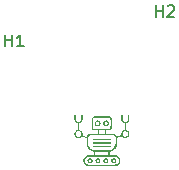
<source format=gbr>
%TF.GenerationSoftware,KiCad,Pcbnew,9.0.3*%
%TF.CreationDate,2025-08-07T15:10:49+10:00*%
%TF.ProjectId,motorMount,6d6f746f-724d-46f7-956e-742e6b696361,rev?*%
%TF.SameCoordinates,Original*%
%TF.FileFunction,Legend,Top*%
%TF.FilePolarity,Positive*%
%FSLAX46Y46*%
G04 Gerber Fmt 4.6, Leading zero omitted, Abs format (unit mm)*
G04 Created by KiCad (PCBNEW 9.0.3) date 2025-08-07 15:10:49*
%MOMM*%
%LPD*%
G01*
G04 APERTURE LIST*
%ADD10C,0.150000*%
%ADD11C,0.000000*%
G04 APERTURE END LIST*
D10*
X140488095Y-94504819D02*
X140488095Y-93504819D01*
X140488095Y-93981009D02*
X141059523Y-93981009D01*
X141059523Y-94504819D02*
X141059523Y-93504819D01*
X142059523Y-94504819D02*
X141488095Y-94504819D01*
X141773809Y-94504819D02*
X141773809Y-93504819D01*
X141773809Y-93504819D02*
X141678571Y-93647676D01*
X141678571Y-93647676D02*
X141583333Y-93742914D01*
X141583333Y-93742914D02*
X141488095Y-93790533D01*
X153238095Y-92004819D02*
X153238095Y-91004819D01*
X153238095Y-91481009D02*
X153809523Y-91481009D01*
X153809523Y-92004819D02*
X153809523Y-91004819D01*
X154238095Y-91100057D02*
X154285714Y-91052438D01*
X154285714Y-91052438D02*
X154380952Y-91004819D01*
X154380952Y-91004819D02*
X154619047Y-91004819D01*
X154619047Y-91004819D02*
X154714285Y-91052438D01*
X154714285Y-91052438D02*
X154761904Y-91100057D01*
X154761904Y-91100057D02*
X154809523Y-91195295D01*
X154809523Y-91195295D02*
X154809523Y-91290533D01*
X154809523Y-91290533D02*
X154761904Y-91433390D01*
X154761904Y-91433390D02*
X154190476Y-92004819D01*
X154190476Y-92004819D02*
X154809523Y-92004819D01*
D11*
%TO.C,G\u002A\u002A\u002A*%
G36*
X150979316Y-100318426D02*
G01*
X150997547Y-100333694D01*
X151004892Y-100345604D01*
X151007598Y-100352571D01*
X151009701Y-100361612D01*
X151011251Y-100374064D01*
X151012298Y-100391260D01*
X151012891Y-100414536D01*
X151013082Y-100445225D01*
X151012919Y-100484662D01*
X151012452Y-100534181D01*
X151012336Y-100544601D01*
X151011745Y-100595017D01*
X151011159Y-100635299D01*
X151010454Y-100666980D01*
X151009505Y-100691593D01*
X151008187Y-100710670D01*
X151006375Y-100725746D01*
X151003946Y-100738352D01*
X151000775Y-100750021D01*
X150996737Y-100762287D01*
X150994019Y-100770080D01*
X150968343Y-100827260D01*
X150933966Y-100878787D01*
X150892162Y-100923458D01*
X150844204Y-100960071D01*
X150791363Y-100987423D01*
X150749505Y-101001084D01*
X150721795Y-101007953D01*
X150721795Y-101289683D01*
X150721795Y-101571413D01*
X150745657Y-101575444D01*
X150785495Y-101587070D01*
X150827160Y-101607851D01*
X150868439Y-101635999D01*
X150907115Y-101669725D01*
X150940975Y-101707240D01*
X150967802Y-101746755D01*
X150975156Y-101760799D01*
X150997591Y-101819572D01*
X151009141Y-101878361D01*
X151010522Y-101936251D01*
X151002452Y-101992325D01*
X150985647Y-102045666D01*
X150960825Y-102095357D01*
X150928701Y-102140483D01*
X150889994Y-102180125D01*
X150845420Y-102213368D01*
X150795696Y-102239294D01*
X150741540Y-102256988D01*
X150683667Y-102265532D01*
X150622796Y-102264010D01*
X150586191Y-102258110D01*
X150542665Y-102244686D01*
X150497782Y-102223462D01*
X150454617Y-102196421D01*
X150416242Y-102165544D01*
X150385729Y-102132816D01*
X150380070Y-102125125D01*
X150368855Y-102109024D01*
X150167592Y-102201444D01*
X149966329Y-102293864D01*
X149963105Y-102529649D01*
X149962242Y-102589547D01*
X149961395Y-102639140D01*
X149960489Y-102679791D01*
X149959451Y-102712860D01*
X149958206Y-102739710D01*
X149956679Y-102761703D01*
X149954797Y-102780202D01*
X149952484Y-102796567D01*
X149949667Y-102812162D01*
X149946971Y-102825134D01*
X149921353Y-102917264D01*
X149885826Y-103003880D01*
X149840955Y-103084382D01*
X149787303Y-103158168D01*
X149725435Y-103224636D01*
X149655918Y-103283185D01*
X149579314Y-103333214D01*
X149496188Y-103374121D01*
X149407107Y-103405305D01*
X149400459Y-103407164D01*
X149353789Y-103420000D01*
X149353789Y-103571082D01*
X149353789Y-103722163D01*
X149622140Y-103725270D01*
X149685199Y-103726017D01*
X149737741Y-103726706D01*
X149780917Y-103727401D01*
X149815877Y-103728163D01*
X149843771Y-103729055D01*
X149865750Y-103730138D01*
X149882963Y-103731475D01*
X149896562Y-103733128D01*
X149907695Y-103735160D01*
X149917515Y-103737631D01*
X149927170Y-103740606D01*
X149931327Y-103741977D01*
X150001689Y-103771108D01*
X150064449Y-103808919D01*
X150119218Y-103855009D01*
X150165609Y-103908976D01*
X150203236Y-103970418D01*
X150231711Y-104038932D01*
X150238469Y-104061013D01*
X150247295Y-104105113D01*
X150251483Y-104155535D01*
X150251027Y-104207890D01*
X150245920Y-104257790D01*
X150238823Y-104291741D01*
X150214489Y-104359990D01*
X150180511Y-104422361D01*
X150137744Y-104478061D01*
X150087045Y-104526299D01*
X150029269Y-104566284D01*
X149965273Y-104597225D01*
X149895911Y-104618330D01*
X149882685Y-104621069D01*
X149871152Y-104622154D01*
X149848671Y-104623167D01*
X149815929Y-104624107D01*
X149773614Y-104624975D01*
X149722413Y-104625771D01*
X149663014Y-104626496D01*
X149596105Y-104627151D01*
X149522373Y-104627735D01*
X149442506Y-104628249D01*
X149357192Y-104628694D01*
X149267117Y-104629069D01*
X149172970Y-104629376D01*
X149075439Y-104629614D01*
X148975210Y-104629785D01*
X148872972Y-104629888D01*
X148769412Y-104629923D01*
X148665218Y-104629892D01*
X148561076Y-104629795D01*
X148457676Y-104629631D01*
X148355705Y-104629402D01*
X148255849Y-104629108D01*
X148158797Y-104628749D01*
X148065237Y-104628326D01*
X147975855Y-104627839D01*
X147891340Y-104627288D01*
X147812380Y-104626674D01*
X147739661Y-104625998D01*
X147673871Y-104625258D01*
X147615698Y-104624457D01*
X147565830Y-104623595D01*
X147524954Y-104622671D01*
X147493757Y-104621687D01*
X147472928Y-104620642D01*
X147463665Y-104619661D01*
X147400558Y-104601808D01*
X147343183Y-104575843D01*
X147289249Y-104540536D01*
X147243580Y-104501488D01*
X147194733Y-104447782D01*
X147156005Y-104388480D01*
X147126889Y-104322802D01*
X147126342Y-104321250D01*
X147118578Y-104297683D01*
X147113247Y-104276947D01*
X147109778Y-104255457D01*
X147107599Y-104229627D01*
X147106139Y-104195872D01*
X147106083Y-104194159D01*
X147105325Y-104159951D01*
X147221976Y-104159951D01*
X147224641Y-104220030D01*
X147237852Y-104278498D01*
X147261140Y-104333693D01*
X147294037Y-104383950D01*
X147318004Y-104410855D01*
X147365008Y-104450684D01*
X147416695Y-104480226D01*
X147474302Y-104500114D01*
X147504938Y-104506505D01*
X147513573Y-104506986D01*
X147533305Y-104507445D01*
X147563561Y-104507881D01*
X147603770Y-104508293D01*
X147653362Y-104508677D01*
X147711765Y-104509032D01*
X147778407Y-104509357D01*
X147852717Y-104509649D01*
X147934125Y-104509906D01*
X148022058Y-104510126D01*
X148115946Y-104510308D01*
X148215217Y-104510449D01*
X148319299Y-104510548D01*
X148427622Y-104510602D01*
X148539614Y-104510610D01*
X148654704Y-104510570D01*
X148697496Y-104510543D01*
X148834691Y-104510442D01*
X148960709Y-104510340D01*
X149076039Y-104510231D01*
X149181169Y-104510112D01*
X149276590Y-104509977D01*
X149362791Y-104509821D01*
X149440261Y-104509641D01*
X149509490Y-104509430D01*
X149570967Y-104509185D01*
X149625183Y-104508901D01*
X149672625Y-104508572D01*
X149713785Y-104508194D01*
X149749151Y-104507763D01*
X149779212Y-104507274D01*
X149804459Y-104506721D01*
X149825381Y-104506101D01*
X149842467Y-104505408D01*
X149856206Y-104504637D01*
X149867089Y-104503785D01*
X149875604Y-104502846D01*
X149882242Y-104501815D01*
X149887491Y-104500687D01*
X149891841Y-104499459D01*
X149893408Y-104498949D01*
X149950443Y-104474776D01*
X150000810Y-104442219D01*
X150036798Y-104410389D01*
X150076362Y-104364298D01*
X150105068Y-104315007D01*
X150123394Y-104261356D01*
X150131817Y-104202185D01*
X150132521Y-104178035D01*
X150128487Y-104118488D01*
X150115689Y-104065238D01*
X150093336Y-104016384D01*
X150060636Y-103970025D01*
X150033613Y-103940486D01*
X149993287Y-103904551D01*
X149952379Y-103878195D01*
X149907704Y-103859627D01*
X149874204Y-103850678D01*
X149868407Y-103849583D01*
X149861056Y-103848580D01*
X149851667Y-103847665D01*
X149839757Y-103846837D01*
X149824839Y-103846091D01*
X149806430Y-103845425D01*
X149784046Y-103844836D01*
X149757201Y-103844320D01*
X149725412Y-103843875D01*
X149688195Y-103843498D01*
X149645063Y-103843186D01*
X149595534Y-103842935D01*
X149539122Y-103842743D01*
X149475344Y-103842606D01*
X149403715Y-103842522D01*
X149323750Y-103842488D01*
X149234964Y-103842500D01*
X149136875Y-103842556D01*
X149028996Y-103842653D01*
X148910844Y-103842787D01*
X148781934Y-103842956D01*
X148659577Y-103843130D01*
X148521476Y-103843337D01*
X148394560Y-103843541D01*
X148278345Y-103843745D01*
X148172350Y-103843954D01*
X148076090Y-103844174D01*
X147989084Y-103844408D01*
X147910849Y-103844662D01*
X147840901Y-103844940D01*
X147778757Y-103845247D01*
X147723936Y-103845587D01*
X147675954Y-103845966D01*
X147634329Y-103846388D01*
X147598577Y-103846857D01*
X147568215Y-103847378D01*
X147542762Y-103847957D01*
X147521733Y-103848597D01*
X147504647Y-103849303D01*
X147491020Y-103850080D01*
X147480369Y-103850933D01*
X147472212Y-103851867D01*
X147466067Y-103852885D01*
X147461449Y-103853993D01*
X147459018Y-103854771D01*
X147399692Y-103881407D01*
X147347490Y-103916329D01*
X147303213Y-103958676D01*
X147267664Y-104007587D01*
X147241647Y-104062202D01*
X147230327Y-104099927D01*
X147221976Y-104159951D01*
X147105325Y-104159951D01*
X147105302Y-104158905D01*
X147105785Y-104131661D01*
X147107813Y-104108811D01*
X147111671Y-104086739D01*
X147115881Y-104068734D01*
X147138658Y-104000916D01*
X147171227Y-103938353D01*
X147212639Y-103881987D01*
X147261949Y-103832760D01*
X147318210Y-103791614D01*
X147380476Y-103759492D01*
X147447799Y-103737336D01*
X147449080Y-103737027D01*
X147461858Y-103734135D01*
X147474587Y-103731753D01*
X147488513Y-103729830D01*
X147504878Y-103728318D01*
X147524928Y-103727168D01*
X147549906Y-103726331D01*
X147581057Y-103725758D01*
X147619625Y-103725399D01*
X147666854Y-103725206D01*
X147717222Y-103725139D01*
X148125792Y-103725139D01*
X148678536Y-103723651D01*
X149231281Y-103722163D01*
X149232841Y-103577778D01*
X149234401Y-103433394D01*
X148680096Y-103433394D01*
X148125792Y-103433394D01*
X148125792Y-103579266D01*
X148125792Y-103725139D01*
X147717222Y-103725139D01*
X147723988Y-103725130D01*
X147750975Y-103725120D01*
X148003284Y-103725080D01*
X148003284Y-103579266D01*
X148003284Y-103570486D01*
X148003251Y-103524053D01*
X148003092Y-103487981D01*
X148002708Y-103460966D01*
X148002005Y-103441700D01*
X148000887Y-103428878D01*
X147999258Y-103421194D01*
X147997023Y-103417343D01*
X147994085Y-103416018D01*
X147991951Y-103415893D01*
X147977663Y-103413647D01*
X147955219Y-103407508D01*
X147927103Y-103398373D01*
X147895797Y-103387140D01*
X147863784Y-103374705D01*
X147833547Y-103361966D01*
X147807570Y-103349820D01*
X147803810Y-103347907D01*
X147723279Y-103299918D01*
X147650372Y-103243248D01*
X147585434Y-103178331D01*
X147528810Y-103105605D01*
X147480843Y-103025505D01*
X147441879Y-102938467D01*
X147415277Y-102856352D01*
X147411620Y-102842596D01*
X147408589Y-102829987D01*
X147406107Y-102817269D01*
X147404100Y-102803186D01*
X147402493Y-102786479D01*
X147401212Y-102765893D01*
X147400181Y-102740171D01*
X147399325Y-102708055D01*
X147398570Y-102668290D01*
X147397841Y-102619619D01*
X147397063Y-102560784D01*
X147396898Y-102547936D01*
X147395301Y-102423382D01*
X147512410Y-102423382D01*
X147512542Y-102476078D01*
X147513042Y-102528042D01*
X147513911Y-102577726D01*
X147515147Y-102623581D01*
X147516749Y-102664058D01*
X147518717Y-102697607D01*
X147521048Y-102722680D01*
X147522275Y-102731125D01*
X147543200Y-102820266D01*
X147573939Y-102903203D01*
X147614704Y-102980365D01*
X147665709Y-103052183D01*
X147704025Y-103095749D01*
X147770757Y-103157668D01*
X147843702Y-103209811D01*
X147922315Y-103251916D01*
X148006052Y-103283717D01*
X148094368Y-103304952D01*
X148152043Y-103312779D01*
X148161223Y-103313100D01*
X148181203Y-103313387D01*
X148211116Y-103313636D01*
X148250094Y-103313846D01*
X148297269Y-103314014D01*
X148351775Y-103314140D01*
X148412744Y-103314221D01*
X148479309Y-103314254D01*
X148550601Y-103314239D01*
X148625755Y-103314173D01*
X148703902Y-103314053D01*
X148706246Y-103314049D01*
X148798131Y-103313860D01*
X148879101Y-103313650D01*
X148949909Y-103313405D01*
X149011308Y-103313109D01*
X149064052Y-103312750D01*
X149108893Y-103312311D01*
X149146584Y-103311781D01*
X149177878Y-103311144D01*
X149203527Y-103310386D01*
X149224286Y-103309493D01*
X149240905Y-103308451D01*
X149254140Y-103307245D01*
X149264742Y-103305862D01*
X149273464Y-103304287D01*
X149277950Y-103303282D01*
X149364675Y-103278569D01*
X149442526Y-103247771D01*
X149513047Y-103210068D01*
X149577778Y-103164637D01*
X149637193Y-103111715D01*
X149694700Y-103046719D01*
X149744047Y-102974258D01*
X149784418Y-102895936D01*
X149814995Y-102813355D01*
X149834961Y-102728120D01*
X149836006Y-102721680D01*
X149838073Y-102702483D01*
X149839846Y-102674098D01*
X149841323Y-102638062D01*
X149842503Y-102595908D01*
X149843384Y-102549172D01*
X149843965Y-102499389D01*
X149844246Y-102448093D01*
X149844224Y-102396821D01*
X149843899Y-102347106D01*
X149843269Y-102300485D01*
X149842333Y-102258491D01*
X149841090Y-102222660D01*
X149839539Y-102194527D01*
X149837678Y-102175627D01*
X149836450Y-102169476D01*
X149822383Y-102137370D01*
X149800942Y-102105219D01*
X149775425Y-102077690D01*
X149766137Y-102070007D01*
X149760376Y-102065444D01*
X149755306Y-102061271D01*
X149750408Y-102057472D01*
X149745162Y-102054030D01*
X149739047Y-102050929D01*
X149731544Y-102048151D01*
X149722133Y-102045681D01*
X149710294Y-102043502D01*
X149695507Y-102041596D01*
X149677252Y-102039947D01*
X149655010Y-102038538D01*
X149628260Y-102037354D01*
X149596482Y-102036376D01*
X149559157Y-102035589D01*
X149515765Y-102034976D01*
X149465785Y-102034520D01*
X149408699Y-102034204D01*
X149343985Y-102034011D01*
X149271124Y-102033926D01*
X149189597Y-102033931D01*
X149098883Y-102034009D01*
X148998462Y-102034145D01*
X148887815Y-102034321D01*
X148766421Y-102034520D01*
X148665098Y-102034679D01*
X147650344Y-102036219D01*
X147612425Y-102057096D01*
X147575002Y-102083491D01*
X147545431Y-102116475D01*
X147525298Y-102154169D01*
X147521910Y-102164161D01*
X147519430Y-102178601D01*
X147517325Y-102203153D01*
X147515596Y-102236269D01*
X147514241Y-102276399D01*
X147513259Y-102321993D01*
X147512649Y-102371504D01*
X147512410Y-102423382D01*
X147395301Y-102423382D01*
X147393660Y-102295437D01*
X147189842Y-102202056D01*
X147137673Y-102178205D01*
X147095086Y-102158887D01*
X147061087Y-102143709D01*
X147034682Y-102132277D01*
X147014878Y-102124195D01*
X147000680Y-102119072D01*
X146991094Y-102116512D01*
X146985127Y-102116122D01*
X146981785Y-102117508D01*
X146980579Y-102119116D01*
X146968899Y-102135374D01*
X146949818Y-102155398D01*
X146925947Y-102176960D01*
X146899899Y-102197837D01*
X146874284Y-102215803D01*
X146852531Y-102228243D01*
X146791326Y-102252284D01*
X146731220Y-102264791D01*
X146671552Y-102265764D01*
X146611663Y-102255205D01*
X146550892Y-102233112D01*
X146540857Y-102228418D01*
X146486202Y-102195781D01*
X146439153Y-102154474D01*
X146400282Y-102105135D01*
X146370162Y-102048401D01*
X146362902Y-102029989D01*
X146354406Y-101997623D01*
X146349042Y-101958068D01*
X146347895Y-101934488D01*
X146464515Y-101934488D01*
X146472680Y-101980050D01*
X146489516Y-102023160D01*
X146514717Y-102062227D01*
X146547978Y-102095664D01*
X146588994Y-102121881D01*
X146594769Y-102124625D01*
X146640131Y-102141386D01*
X146682905Y-102148294D01*
X146726090Y-102145742D01*
X146738538Y-102143412D01*
X146786832Y-102127400D01*
X146830716Y-102101523D01*
X146868350Y-102067237D01*
X146897893Y-102025999D01*
X146905494Y-102011239D01*
X146912576Y-101994930D01*
X146917142Y-101980118D01*
X146919728Y-101963454D01*
X146920871Y-101941589D01*
X146921109Y-101913711D01*
X146920867Y-101884639D01*
X146919787Y-101864013D01*
X146917306Y-101848611D01*
X146912859Y-101835214D01*
X146905880Y-101820603D01*
X146904238Y-101817454D01*
X146885989Y-101785554D01*
X146868115Y-101761438D01*
X146847742Y-101741683D01*
X146828421Y-101727207D01*
X146782310Y-101702015D01*
X146734096Y-101687753D01*
X146685198Y-101684272D01*
X146637034Y-101691421D01*
X146591022Y-101709049D01*
X146548580Y-101737006D01*
X146524656Y-101759486D01*
X146495090Y-101798971D01*
X146475414Y-101842359D01*
X146465324Y-101888061D01*
X146464515Y-101934488D01*
X146347895Y-101934488D01*
X146346968Y-101915418D01*
X146348339Y-101873765D01*
X146353314Y-101837202D01*
X146355194Y-101829122D01*
X146376322Y-101770538D01*
X146408096Y-101716279D01*
X146448507Y-101668695D01*
X146486214Y-101635038D01*
X146524838Y-101609510D01*
X146568617Y-101589553D01*
X146594137Y-101580745D01*
X146635277Y-101567701D01*
X146635277Y-101289075D01*
X146635277Y-101010450D01*
X146597358Y-100997931D01*
X146535010Y-100971869D01*
X146480647Y-100937658D01*
X146434665Y-100895688D01*
X146397463Y-100846346D01*
X146369439Y-100790024D01*
X146361281Y-100766877D01*
X146357196Y-100753648D01*
X146353944Y-100741652D01*
X146351429Y-100729393D01*
X146349556Y-100715373D01*
X146348231Y-100698096D01*
X146347359Y-100676063D01*
X146346845Y-100647778D01*
X146346596Y-100611743D01*
X146346515Y-100566461D01*
X146346508Y-100533287D01*
X146346508Y-100346460D01*
X146363561Y-100329408D01*
X146384243Y-100315888D01*
X146407000Y-100312339D01*
X146428903Y-100318268D01*
X146447026Y-100333182D01*
X146454151Y-100344673D01*
X146456878Y-100352171D01*
X146459016Y-100362737D01*
X146460630Y-100377717D01*
X146461787Y-100398456D01*
X146462552Y-100426301D01*
X146462990Y-100462599D01*
X146463169Y-100508694D01*
X146463182Y-100529484D01*
X146463331Y-100584221D01*
X146463918Y-100628813D01*
X146465156Y-100664780D01*
X146467258Y-100693641D01*
X146470437Y-100716917D01*
X146474907Y-100736128D01*
X146480879Y-100752795D01*
X146488567Y-100768436D01*
X146498183Y-100784572D01*
X146499110Y-100786037D01*
X146529660Y-100824052D01*
X146567406Y-100854699D01*
X146610346Y-100877089D01*
X146656478Y-100890333D01*
X146703800Y-100893540D01*
X146733123Y-100890046D01*
X146783563Y-100874541D01*
X146827998Y-100849635D01*
X146865417Y-100816400D01*
X146894814Y-100775907D01*
X146915178Y-100729230D01*
X146924472Y-100686759D01*
X146925871Y-100670063D01*
X146927135Y-100643813D01*
X146928208Y-100610124D01*
X146929029Y-100571109D01*
X146929543Y-100528882D01*
X146929689Y-100497127D01*
X146929880Y-100346460D01*
X146946932Y-100329408D01*
X146967721Y-100315780D01*
X146990481Y-100312287D01*
X147012389Y-100318426D01*
X147030620Y-100333694D01*
X147037965Y-100345604D01*
X147040671Y-100352571D01*
X147042774Y-100361612D01*
X147044324Y-100374064D01*
X147045371Y-100391260D01*
X147045964Y-100414536D01*
X147046155Y-100445225D01*
X147045992Y-100484662D01*
X147045525Y-100534181D01*
X147045409Y-100544601D01*
X147044818Y-100595017D01*
X147044233Y-100635299D01*
X147043527Y-100666980D01*
X147042578Y-100691593D01*
X147041260Y-100710670D01*
X147039448Y-100725746D01*
X147037019Y-100738352D01*
X147033848Y-100750021D01*
X147029810Y-100762287D01*
X147027092Y-100770080D01*
X147001416Y-100827260D01*
X146967039Y-100878787D01*
X146925235Y-100923458D01*
X146877277Y-100960071D01*
X146824436Y-100987423D01*
X146782578Y-101001084D01*
X146754868Y-101007953D01*
X146754868Y-101289683D01*
X146754868Y-101571413D01*
X146778730Y-101575444D01*
X146795003Y-101579941D01*
X146817502Y-101588394D01*
X146842177Y-101599235D01*
X146850193Y-101603113D01*
X146897112Y-101631872D01*
X146940585Y-101668948D01*
X146977952Y-101711681D01*
X147006550Y-101757407D01*
X147008589Y-101761549D01*
X147031407Y-101821357D01*
X147043167Y-101882357D01*
X147043661Y-101943282D01*
X147041571Y-101961427D01*
X147038510Y-101984037D01*
X147036516Y-102001686D01*
X147035879Y-102011645D01*
X147036076Y-102012870D01*
X147042212Y-102016064D01*
X147057415Y-102023290D01*
X147080157Y-102033858D01*
X147108912Y-102047078D01*
X147142152Y-102062260D01*
X147178349Y-102078713D01*
X147215977Y-102095747D01*
X147253507Y-102112672D01*
X147289413Y-102128798D01*
X147322168Y-102143434D01*
X147350243Y-102155890D01*
X147372112Y-102165476D01*
X147386248Y-102171502D01*
X147391078Y-102173311D01*
X147394538Y-102168139D01*
X147396446Y-102155235D01*
X147396577Y-102150242D01*
X147400020Y-102124150D01*
X147409340Y-102092972D01*
X147423026Y-102060653D01*
X147439567Y-102031136D01*
X147445545Y-102022478D01*
X147471264Y-101992214D01*
X147500903Y-101967427D01*
X147537781Y-101945498D01*
X147552062Y-101938463D01*
X147592007Y-101919544D01*
X147942768Y-101916761D01*
X148446646Y-101916761D01*
X148678536Y-101915236D01*
X148910426Y-101913711D01*
X148911987Y-101769326D01*
X148913547Y-101624942D01*
X148680096Y-101624942D01*
X148446646Y-101624942D01*
X148446646Y-101770852D01*
X148446646Y-101916761D01*
X147942768Y-101916761D01*
X147959531Y-101916628D01*
X148327055Y-101913711D01*
X148328599Y-101770852D01*
X148328615Y-101769326D01*
X148330175Y-101624942D01*
X148176539Y-101624942D01*
X148126696Y-101624805D01*
X148086999Y-101624344D01*
X148055926Y-101623484D01*
X148031959Y-101622147D01*
X148013577Y-101620259D01*
X147999260Y-101617742D01*
X147991216Y-101615676D01*
X147945210Y-101596381D01*
X147905132Y-101567747D01*
X147872434Y-101531116D01*
X147848565Y-101487827D01*
X147846053Y-101481425D01*
X147843753Y-101475067D01*
X147841764Y-101468594D01*
X147840068Y-101461163D01*
X147838645Y-101451933D01*
X147837476Y-101440061D01*
X147836542Y-101424703D01*
X147835823Y-101405019D01*
X147835300Y-101380164D01*
X147834954Y-101349298D01*
X147834766Y-101311577D01*
X147834716Y-101266158D01*
X147834785Y-101212200D01*
X147834954Y-101148860D01*
X147835204Y-101075295D01*
X147835387Y-101025174D01*
X147950780Y-101025174D01*
X147950781Y-101105644D01*
X147950823Y-101175287D01*
X147950963Y-101234943D01*
X147951257Y-101285452D01*
X147951763Y-101327655D01*
X147952538Y-101362391D01*
X147953640Y-101390501D01*
X147955124Y-101412824D01*
X147957049Y-101430202D01*
X147959471Y-101443474D01*
X147962447Y-101453481D01*
X147966035Y-101461063D01*
X147970292Y-101467059D01*
X147975274Y-101472311D01*
X147981039Y-101477658D01*
X147981561Y-101478138D01*
X147986413Y-101482679D01*
X147991001Y-101486733D01*
X147995981Y-101490327D01*
X148002004Y-101493487D01*
X148009726Y-101496238D01*
X148019800Y-101498608D01*
X148032879Y-101500622D01*
X148049619Y-101502307D01*
X148070672Y-101503690D01*
X148096693Y-101504796D01*
X148128335Y-101505652D01*
X148166253Y-101506285D01*
X148211099Y-101506719D01*
X148263529Y-101506983D01*
X148324196Y-101507102D01*
X148393753Y-101507103D01*
X148472855Y-101507011D01*
X148562155Y-101506854D01*
X148662308Y-101506656D01*
X148688745Y-101506605D01*
X149336288Y-101505351D01*
X149356928Y-101492513D01*
X149372723Y-101479234D01*
X149387697Y-101461252D01*
X149391930Y-101454594D01*
X149406292Y-101429512D01*
X149407989Y-101048554D01*
X149408266Y-100964462D01*
X149408313Y-100888814D01*
X149408134Y-100822056D01*
X149407736Y-100764636D01*
X149407121Y-100717000D01*
X149406295Y-100679596D01*
X149405262Y-100652869D01*
X149404028Y-100637268D01*
X149403742Y-100635441D01*
X149393386Y-100601201D01*
X149376225Y-100575832D01*
X149351469Y-100558206D01*
X149348532Y-100556820D01*
X149344417Y-100555128D01*
X149339503Y-100553621D01*
X149333128Y-100552288D01*
X149324631Y-100551118D01*
X149313349Y-100550101D01*
X149298619Y-100549225D01*
X149279781Y-100548480D01*
X149256171Y-100547855D01*
X149227127Y-100547339D01*
X149191987Y-100546922D01*
X149150089Y-100546592D01*
X149100771Y-100546338D01*
X149043371Y-100546151D01*
X148977226Y-100546018D01*
X148901674Y-100545930D01*
X148816053Y-100545875D01*
X148719700Y-100545842D01*
X148676537Y-100545832D01*
X148028453Y-100545704D01*
X148003050Y-100559138D01*
X147977876Y-100578303D01*
X147964214Y-100597975D01*
X147950780Y-100623378D01*
X147950780Y-101025174D01*
X147835387Y-101025174D01*
X147835420Y-101016174D01*
X147836876Y-100623378D01*
X147837023Y-100583623D01*
X147856801Y-100547150D01*
X147886257Y-100504494D01*
X147923583Y-100469973D01*
X147961426Y-100447467D01*
X147994533Y-100431947D01*
X148679995Y-100431947D01*
X149365456Y-100431947D01*
X149399454Y-100449158D01*
X149432783Y-100470878D01*
X149464377Y-100500191D01*
X149491021Y-100533639D01*
X149509346Y-100567379D01*
X149522967Y-100601125D01*
X149522967Y-101026986D01*
X149522967Y-101452847D01*
X149509429Y-101486372D01*
X149488223Y-101524931D01*
X149458059Y-101560334D01*
X149421642Y-101589731D01*
X149398689Y-101602925D01*
X149359914Y-101622025D01*
X149194966Y-101623889D01*
X149030018Y-101625754D01*
X149030018Y-101771191D01*
X149030018Y-101916628D01*
X149385354Y-101916628D01*
X149459023Y-101916646D01*
X149521976Y-101916718D01*
X149575167Y-101916871D01*
X149619548Y-101917132D01*
X149656072Y-101917528D01*
X149685690Y-101918086D01*
X149709356Y-101918832D01*
X149728021Y-101919795D01*
X149742639Y-101921000D01*
X149754161Y-101922474D01*
X149763540Y-101924245D01*
X149771729Y-101926339D01*
X149776203Y-101927680D01*
X149825910Y-101949051D01*
X149869573Y-101979737D01*
X149906109Y-102018493D01*
X149934440Y-102064075D01*
X149953485Y-102115241D01*
X149958337Y-102137423D01*
X149962167Y-102156032D01*
X149965882Y-102168959D01*
X149968411Y-102173190D01*
X149974422Y-102170804D01*
X149989752Y-102164088D01*
X150013133Y-102153615D01*
X150043298Y-102139959D01*
X150078977Y-102123693D01*
X150118903Y-102105390D01*
X150147174Y-102092376D01*
X150199909Y-102067858D01*
X150242388Y-102047647D01*
X150275094Y-102031491D01*
X150298513Y-102019142D01*
X150313131Y-102010350D01*
X150319430Y-102004865D01*
X150319727Y-102003533D01*
X150318510Y-101994624D01*
X150317121Y-101976822D01*
X150315749Y-101952895D01*
X150314936Y-101934488D01*
X150431442Y-101934488D01*
X150439607Y-101980050D01*
X150456443Y-102023160D01*
X150481644Y-102062227D01*
X150514905Y-102095664D01*
X150555921Y-102121881D01*
X150561696Y-102124625D01*
X150607058Y-102141386D01*
X150649832Y-102148294D01*
X150693017Y-102145742D01*
X150705465Y-102143412D01*
X150753759Y-102127400D01*
X150797643Y-102101523D01*
X150835277Y-102067237D01*
X150864820Y-102025999D01*
X150872421Y-102011239D01*
X150879503Y-101994930D01*
X150884069Y-101980118D01*
X150886655Y-101963454D01*
X150887798Y-101941589D01*
X150888035Y-101913711D01*
X150887794Y-101884639D01*
X150886714Y-101864013D01*
X150884233Y-101848611D01*
X150879785Y-101835214D01*
X150872807Y-101820603D01*
X150871165Y-101817454D01*
X150852916Y-101785554D01*
X150835042Y-101761438D01*
X150814669Y-101741683D01*
X150795348Y-101727207D01*
X150749237Y-101702015D01*
X150701023Y-101687753D01*
X150652125Y-101684272D01*
X150603961Y-101691421D01*
X150557949Y-101709049D01*
X150515507Y-101737006D01*
X150491583Y-101759486D01*
X150462017Y-101798971D01*
X150442341Y-101842359D01*
X150432251Y-101888061D01*
X150431442Y-101934488D01*
X150314936Y-101934488D01*
X150314791Y-101931212D01*
X150316641Y-101867449D01*
X150327749Y-101810055D01*
X150348638Y-101757661D01*
X150379834Y-101708898D01*
X150415434Y-101668695D01*
X150453141Y-101635038D01*
X150491765Y-101609510D01*
X150535544Y-101589553D01*
X150561064Y-101580745D01*
X150602204Y-101567701D01*
X150602204Y-101289075D01*
X150602204Y-101010450D01*
X150564285Y-100997931D01*
X150501937Y-100971869D01*
X150447574Y-100937658D01*
X150401592Y-100895688D01*
X150364390Y-100846346D01*
X150336366Y-100790024D01*
X150328208Y-100766877D01*
X150324123Y-100753648D01*
X150320871Y-100741652D01*
X150318356Y-100729393D01*
X150316483Y-100715373D01*
X150315158Y-100698096D01*
X150314286Y-100676063D01*
X150313772Y-100647778D01*
X150313523Y-100611743D01*
X150313442Y-100566461D01*
X150313435Y-100533287D01*
X150313435Y-100346460D01*
X150330487Y-100329408D01*
X150351170Y-100315888D01*
X150373926Y-100312339D01*
X150395830Y-100318268D01*
X150413953Y-100333182D01*
X150421078Y-100344673D01*
X150423805Y-100352171D01*
X150425942Y-100362737D01*
X150427557Y-100377717D01*
X150428714Y-100398456D01*
X150429479Y-100426301D01*
X150429917Y-100462599D01*
X150430096Y-100508694D01*
X150430109Y-100529484D01*
X150430258Y-100584221D01*
X150430844Y-100628813D01*
X150432083Y-100664780D01*
X150434185Y-100693641D01*
X150437364Y-100716917D01*
X150441834Y-100736128D01*
X150447806Y-100752795D01*
X150455494Y-100768436D01*
X150465110Y-100784572D01*
X150466037Y-100786037D01*
X150496587Y-100824052D01*
X150534333Y-100854699D01*
X150577273Y-100877089D01*
X150623405Y-100890333D01*
X150670727Y-100893540D01*
X150700050Y-100890046D01*
X150750490Y-100874541D01*
X150794925Y-100849635D01*
X150832344Y-100816400D01*
X150861741Y-100775907D01*
X150882105Y-100729230D01*
X150891399Y-100686759D01*
X150892798Y-100670063D01*
X150894062Y-100643813D01*
X150895135Y-100610124D01*
X150895956Y-100571109D01*
X150896470Y-100528882D01*
X150896616Y-100497127D01*
X150896807Y-100346460D01*
X150913859Y-100329408D01*
X150934648Y-100315780D01*
X150957408Y-100312287D01*
X150979316Y-100318426D01*
G37*
G36*
X148352328Y-100781747D02*
G01*
X148398939Y-100794137D01*
X148442213Y-100815360D01*
X148480854Y-100844745D01*
X148513564Y-100881621D01*
X148539047Y-100925314D01*
X148556005Y-100975155D01*
X148558511Y-100987133D01*
X148561779Y-101035554D01*
X148554426Y-101084541D01*
X148537153Y-101131841D01*
X148510662Y-101175203D01*
X148493694Y-101195218D01*
X148453121Y-101230037D01*
X148407280Y-101255063D01*
X148357721Y-101269851D01*
X148305992Y-101273956D01*
X148253644Y-101266934D01*
X148248300Y-101265566D01*
X148199793Y-101246698D01*
X148156711Y-101217904D01*
X148120094Y-101180075D01*
X148090979Y-101134097D01*
X148088516Y-101129076D01*
X148080592Y-101111753D01*
X148075384Y-101097184D01*
X148072326Y-101082094D01*
X148070852Y-101063206D01*
X148070431Y-101039222D01*
X148184582Y-101039222D01*
X148193291Y-101074443D01*
X148212728Y-101106502D01*
X148230521Y-101124569D01*
X148263072Y-101145449D01*
X148298317Y-101155149D01*
X148335306Y-101153574D01*
X148373088Y-101140627D01*
X148375815Y-101139253D01*
X148394806Y-101126252D01*
X148413229Y-101108631D01*
X148419568Y-101100792D01*
X148428702Y-101087242D01*
X148434167Y-101075311D01*
X148436895Y-101061240D01*
X148437819Y-101041271D01*
X148437895Y-101026914D01*
X148437520Y-101002056D01*
X148435791Y-100985061D01*
X148431808Y-100972133D01*
X148424669Y-100959478D01*
X148420358Y-100953108D01*
X148395964Y-100927486D01*
X148370772Y-100911304D01*
X148350043Y-100901697D01*
X148332966Y-100897355D01*
X148313510Y-100897034D01*
X148304635Y-100897674D01*
X148265876Y-100905990D01*
X148233897Y-100923776D01*
X148208814Y-100950955D01*
X148200429Y-100965030D01*
X148186871Y-101002273D01*
X148184582Y-101039222D01*
X148070431Y-101039222D01*
X148070396Y-101037246D01*
X148070371Y-101024069D01*
X148070598Y-100994151D01*
X148071624Y-100972737D01*
X148073966Y-100956666D01*
X148078140Y-100942777D01*
X148084664Y-100927911D01*
X148086831Y-100923451D01*
X148115686Y-100877557D01*
X148153241Y-100838596D01*
X148197879Y-100808192D01*
X148205442Y-100804294D01*
X148254283Y-100786154D01*
X148303677Y-100778862D01*
X148352328Y-100781747D01*
G37*
G36*
X149081542Y-100781747D02*
G01*
X149128153Y-100794137D01*
X149171428Y-100815360D01*
X149210068Y-100844745D01*
X149242778Y-100881621D01*
X149268261Y-100925314D01*
X149285220Y-100975155D01*
X149287725Y-100987133D01*
X149290994Y-101035554D01*
X149283641Y-101084541D01*
X149266368Y-101131841D01*
X149239876Y-101175203D01*
X149222909Y-101195218D01*
X149182336Y-101230037D01*
X149136495Y-101255063D01*
X149086935Y-101269851D01*
X149035207Y-101273956D01*
X148982859Y-101266934D01*
X148977514Y-101265566D01*
X148929008Y-101246698D01*
X148885926Y-101217904D01*
X148849308Y-101180075D01*
X148820194Y-101134097D01*
X148817731Y-101129076D01*
X148809807Y-101111753D01*
X148804599Y-101097184D01*
X148801541Y-101082094D01*
X148800066Y-101063206D01*
X148799610Y-101037246D01*
X148799609Y-101036602D01*
X148914282Y-101036602D01*
X148921085Y-101069468D01*
X148935798Y-101098838D01*
X148957179Y-101123468D01*
X148983984Y-101142116D01*
X149014969Y-101153540D01*
X149048889Y-101156499D01*
X149084502Y-101149749D01*
X149105244Y-101140998D01*
X149135344Y-101120453D01*
X149155735Y-101094281D01*
X149166850Y-101061665D01*
X149169122Y-101021788D01*
X149169068Y-101020660D01*
X149167021Y-100995781D01*
X149163017Y-100977949D01*
X149155723Y-100962564D01*
X149149478Y-100952974D01*
X149124303Y-100925731D01*
X149094200Y-100907520D01*
X149061176Y-100898228D01*
X149027237Y-100897741D01*
X148994388Y-100905949D01*
X148964637Y-100922736D01*
X148939988Y-100947992D01*
X148929386Y-100965348D01*
X148916635Y-101001481D01*
X148914282Y-101036602D01*
X148799609Y-101036602D01*
X148799586Y-101024069D01*
X148799813Y-100994151D01*
X148800839Y-100972737D01*
X148803180Y-100956666D01*
X148807355Y-100942777D01*
X148813879Y-100927911D01*
X148816046Y-100923451D01*
X148844900Y-100877557D01*
X148882456Y-100838596D01*
X148927093Y-100808192D01*
X148934657Y-100804294D01*
X148983497Y-100786154D01*
X149032891Y-100778862D01*
X149081542Y-100781747D01*
G37*
G36*
X149714288Y-103961663D02*
G01*
X149734266Y-103963073D01*
X149749904Y-103966256D01*
X149764861Y-103971896D01*
X149778645Y-103978557D01*
X149812062Y-104000282D01*
X149843499Y-104029430D01*
X149869842Y-104062633D01*
X149887974Y-104096526D01*
X149888073Y-104096777D01*
X149898695Y-104137413D01*
X149901686Y-104182159D01*
X149897046Y-104226359D01*
X149888156Y-104257387D01*
X149868169Y-104294639D01*
X149839385Y-104329309D01*
X149804660Y-104358347D01*
X149779781Y-104372993D01*
X149737094Y-104388247D01*
X149691118Y-104394642D01*
X149645609Y-104391893D01*
X149618692Y-104385276D01*
X149572173Y-104363954D01*
X149532617Y-104333547D01*
X149500965Y-104294962D01*
X149478867Y-104251004D01*
X149472472Y-104231388D01*
X149469044Y-104212367D01*
X149468066Y-104189609D01*
X149468716Y-104165525D01*
X149468782Y-104164471D01*
X149585438Y-104164471D01*
X149586096Y-104196237D01*
X149592219Y-104216758D01*
X149609381Y-104243265D01*
X149633726Y-104262517D01*
X149662735Y-104273738D01*
X149693891Y-104276155D01*
X149724676Y-104268993D01*
X149738767Y-104261811D01*
X149761575Y-104241142D01*
X149776222Y-104213336D01*
X149781779Y-104180407D01*
X149781478Y-104169002D01*
X149774587Y-104135023D01*
X149759163Y-104108801D01*
X149734820Y-104089740D01*
X149727724Y-104086218D01*
X149694930Y-104076517D01*
X149663325Y-104078213D01*
X149636491Y-104088536D01*
X149611577Y-104107892D01*
X149594245Y-104134113D01*
X149585438Y-104164471D01*
X149468782Y-104164471D01*
X149470425Y-104138081D01*
X149473449Y-104117904D01*
X149478865Y-104100597D01*
X149487751Y-104081761D01*
X149490506Y-104076549D01*
X149519592Y-104034066D01*
X149556732Y-103999580D01*
X149594866Y-103976865D01*
X149612177Y-103969446D01*
X149628074Y-103964822D01*
X149646284Y-103962362D01*
X149670533Y-103961433D01*
X149686311Y-103961345D01*
X149714288Y-103961663D01*
G37*
G36*
X149043411Y-103961663D02*
G01*
X149063389Y-103963073D01*
X149079026Y-103966256D01*
X149093984Y-103971896D01*
X149107768Y-103978557D01*
X149141184Y-104000282D01*
X149172622Y-104029430D01*
X149198965Y-104062633D01*
X149217097Y-104096526D01*
X149217195Y-104096777D01*
X149227817Y-104137413D01*
X149230809Y-104182159D01*
X149226168Y-104226359D01*
X149217278Y-104257387D01*
X149197292Y-104294639D01*
X149168507Y-104329309D01*
X149133783Y-104358347D01*
X149108904Y-104372993D01*
X149066217Y-104388247D01*
X149020240Y-104394642D01*
X148974732Y-104391893D01*
X148947814Y-104385276D01*
X148901296Y-104363954D01*
X148861740Y-104333547D01*
X148830087Y-104294962D01*
X148807989Y-104251004D01*
X148801595Y-104231388D01*
X148798166Y-104212367D01*
X148797189Y-104189609D01*
X148797838Y-104165525D01*
X148797904Y-104164471D01*
X148914560Y-104164471D01*
X148915219Y-104196237D01*
X148921342Y-104216758D01*
X148938504Y-104243265D01*
X148962848Y-104262517D01*
X148991858Y-104273738D01*
X149023014Y-104276155D01*
X149053799Y-104268993D01*
X149067890Y-104261811D01*
X149090698Y-104241142D01*
X149105345Y-104213336D01*
X149110902Y-104180407D01*
X149110601Y-104169002D01*
X149103710Y-104135023D01*
X149088286Y-104108801D01*
X149063942Y-104089740D01*
X149056846Y-104086218D01*
X149024053Y-104076517D01*
X148992447Y-104078213D01*
X148965613Y-104088536D01*
X148940700Y-104107892D01*
X148923368Y-104134113D01*
X148914560Y-104164471D01*
X148797904Y-104164471D01*
X148799547Y-104138081D01*
X148802572Y-104117904D01*
X148807988Y-104100597D01*
X148816874Y-104081761D01*
X148819629Y-104076549D01*
X148848715Y-104034066D01*
X148885854Y-103999580D01*
X148923989Y-103976865D01*
X148941299Y-103969446D01*
X148957197Y-103964822D01*
X148975407Y-103962362D01*
X148999656Y-103961433D01*
X149015433Y-103961345D01*
X149043411Y-103961663D01*
G37*
G36*
X148372534Y-103961663D02*
G01*
X148392511Y-103963073D01*
X148408149Y-103966256D01*
X148423107Y-103971896D01*
X148436891Y-103978557D01*
X148470307Y-104000282D01*
X148501745Y-104029430D01*
X148528088Y-104062633D01*
X148546220Y-104096526D01*
X148546318Y-104096777D01*
X148556940Y-104137413D01*
X148559932Y-104182159D01*
X148555291Y-104226359D01*
X148546401Y-104257387D01*
X148526415Y-104294639D01*
X148497630Y-104329309D01*
X148462906Y-104358347D01*
X148438027Y-104372993D01*
X148395340Y-104388247D01*
X148349363Y-104394642D01*
X148303855Y-104391893D01*
X148276937Y-104385276D01*
X148230419Y-104363954D01*
X148190862Y-104333547D01*
X148159210Y-104294962D01*
X148137112Y-104251004D01*
X148130718Y-104231388D01*
X148127289Y-104212367D01*
X148126312Y-104189609D01*
X148126961Y-104165525D01*
X148127027Y-104164471D01*
X148243683Y-104164471D01*
X148244341Y-104196237D01*
X148250465Y-104216758D01*
X148267626Y-104243265D01*
X148291971Y-104262517D01*
X148320980Y-104273738D01*
X148352137Y-104276155D01*
X148382921Y-104268993D01*
X148397012Y-104261811D01*
X148419821Y-104241142D01*
X148434467Y-104213336D01*
X148440024Y-104180407D01*
X148439723Y-104169002D01*
X148432833Y-104135023D01*
X148417409Y-104108801D01*
X148393065Y-104089740D01*
X148385969Y-104086218D01*
X148353175Y-104076517D01*
X148321570Y-104078213D01*
X148294736Y-104088536D01*
X148269822Y-104107892D01*
X148252491Y-104134113D01*
X148243683Y-104164471D01*
X148127027Y-104164471D01*
X148128670Y-104138081D01*
X148131694Y-104117904D01*
X148137111Y-104100597D01*
X148145996Y-104081761D01*
X148148751Y-104076549D01*
X148177838Y-104034066D01*
X148214977Y-103999580D01*
X148253112Y-103976865D01*
X148270422Y-103969446D01*
X148286319Y-103964822D01*
X148304529Y-103962362D01*
X148328778Y-103961433D01*
X148344556Y-103961345D01*
X148372534Y-103961663D01*
G37*
G36*
X147701656Y-103961663D02*
G01*
X147721634Y-103963073D01*
X147737272Y-103966256D01*
X147752229Y-103971896D01*
X147766013Y-103978557D01*
X147799430Y-104000282D01*
X147830867Y-104029430D01*
X147857210Y-104062633D01*
X147875342Y-104096526D01*
X147875441Y-104096777D01*
X147886063Y-104137413D01*
X147889054Y-104182159D01*
X147884414Y-104226359D01*
X147875524Y-104257387D01*
X147855537Y-104294639D01*
X147826752Y-104329309D01*
X147792028Y-104358347D01*
X147767149Y-104372993D01*
X147724462Y-104388247D01*
X147678486Y-104394642D01*
X147632977Y-104391893D01*
X147606060Y-104385276D01*
X147559541Y-104363954D01*
X147519985Y-104333547D01*
X147488333Y-104294962D01*
X147466235Y-104251004D01*
X147459840Y-104231388D01*
X147456412Y-104212367D01*
X147455434Y-104189609D01*
X147456083Y-104165525D01*
X147456149Y-104164471D01*
X147572806Y-104164471D01*
X147573464Y-104196237D01*
X147579587Y-104216758D01*
X147596749Y-104243265D01*
X147621094Y-104262517D01*
X147650103Y-104273738D01*
X147681259Y-104276155D01*
X147712044Y-104268993D01*
X147726135Y-104261811D01*
X147748943Y-104241142D01*
X147763590Y-104213336D01*
X147769147Y-104180407D01*
X147768846Y-104169002D01*
X147761955Y-104135023D01*
X147746531Y-104108801D01*
X147722188Y-104089740D01*
X147715092Y-104086218D01*
X147682298Y-104076517D01*
X147650693Y-104078213D01*
X147623859Y-104088536D01*
X147598945Y-104107892D01*
X147581613Y-104134113D01*
X147572806Y-104164471D01*
X147456149Y-104164471D01*
X147457793Y-104138081D01*
X147460817Y-104117904D01*
X147466233Y-104100597D01*
X147475119Y-104081761D01*
X147477874Y-104076549D01*
X147506960Y-104034066D01*
X147544099Y-103999580D01*
X147582234Y-103976865D01*
X147599545Y-103969446D01*
X147615442Y-103964822D01*
X147633652Y-103962362D01*
X147657901Y-103961433D01*
X147673679Y-103961345D01*
X147701656Y-103961663D01*
G37*
G36*
X148791313Y-102325019D02*
G01*
X148897900Y-102325114D01*
X148993581Y-102325277D01*
X149078734Y-102325511D01*
X149153741Y-102325820D01*
X149218980Y-102326205D01*
X149274831Y-102326672D01*
X149321676Y-102327223D01*
X149359894Y-102327862D01*
X149389864Y-102328591D01*
X149411968Y-102329415D01*
X149426584Y-102330336D01*
X149434094Y-102331358D01*
X149434905Y-102331630D01*
X149447746Y-102342199D01*
X149459333Y-102359172D01*
X149466550Y-102377431D01*
X149467546Y-102385217D01*
X149462761Y-102398608D01*
X149450576Y-102413557D01*
X149434249Y-102426872D01*
X149417036Y-102435361D01*
X149416126Y-102435625D01*
X149406488Y-102436639D01*
X149385270Y-102437560D01*
X149352561Y-102438385D01*
X149308448Y-102439116D01*
X149253019Y-102439750D01*
X149186361Y-102440288D01*
X149108564Y-102440728D01*
X149019713Y-102441071D01*
X148919898Y-102441314D01*
X148809205Y-102441459D01*
X148687724Y-102441503D01*
X148674161Y-102441501D01*
X148567447Y-102441482D01*
X148471774Y-102441448D01*
X148386515Y-102441390D01*
X148311044Y-102441298D01*
X148244735Y-102441163D01*
X148186961Y-102440976D01*
X148137096Y-102440728D01*
X148094514Y-102440408D01*
X148058586Y-102440008D01*
X148028689Y-102439518D01*
X148004194Y-102438929D01*
X147984476Y-102438231D01*
X147968907Y-102437416D01*
X147956863Y-102436473D01*
X147947715Y-102435394D01*
X147940838Y-102434168D01*
X147935605Y-102432788D01*
X147931390Y-102431242D01*
X147929374Y-102430362D01*
X147906861Y-102415304D01*
X147894226Y-102396181D01*
X147891893Y-102374872D01*
X147900283Y-102353254D01*
X147909495Y-102342040D01*
X147926548Y-102324988D01*
X148673438Y-102324988D01*
X148791313Y-102325019D01*
G37*
G36*
X148972169Y-102908370D02*
G01*
X149049856Y-102908447D01*
X149118317Y-102908603D01*
X149178161Y-102908864D01*
X149229999Y-102909256D01*
X149274441Y-102909804D01*
X149312097Y-102910535D01*
X149343577Y-102911474D01*
X149369492Y-102912646D01*
X149390451Y-102914077D01*
X149407066Y-102915793D01*
X149419945Y-102917820D01*
X149429699Y-102920184D01*
X149436939Y-102922909D01*
X149442275Y-102926022D01*
X149446316Y-102929548D01*
X149449673Y-102933514D01*
X149452957Y-102937944D01*
X149455355Y-102941104D01*
X149464959Y-102961307D01*
X149463177Y-102982252D01*
X149450166Y-103002988D01*
X149444134Y-103008991D01*
X149426526Y-103025034D01*
X148681361Y-103024664D01*
X148588877Y-103024579D01*
X148499505Y-103024421D01*
X148413952Y-103024196D01*
X148332925Y-103023908D01*
X148257130Y-103023561D01*
X148187275Y-103023162D01*
X148124065Y-103022716D01*
X148068207Y-103022226D01*
X148020408Y-103021700D01*
X147981374Y-103021140D01*
X147951812Y-103020553D01*
X147932428Y-103019944D01*
X147923930Y-103019317D01*
X147923694Y-103019249D01*
X147906798Y-103006926D01*
X147896102Y-102988289D01*
X147892363Y-102966929D01*
X147896337Y-102946441D01*
X147905569Y-102933100D01*
X147921172Y-102921657D01*
X147935117Y-102914582D01*
X147942797Y-102913539D01*
X147960186Y-102912597D01*
X147987468Y-102911754D01*
X148024824Y-102911008D01*
X148072435Y-102910358D01*
X148130484Y-102909802D01*
X148199152Y-102909339D01*
X148278622Y-102908967D01*
X148369074Y-102908685D01*
X148470691Y-102908491D01*
X148583654Y-102908384D01*
X148677645Y-102908359D01*
X148786673Y-102908352D01*
X148884645Y-102908347D01*
X148972169Y-102908370D01*
G37*
G36*
X148791313Y-102616705D02*
G01*
X148897900Y-102616800D01*
X148993581Y-102616963D01*
X149078734Y-102617197D01*
X149153741Y-102617505D01*
X149218980Y-102617891D01*
X149274831Y-102618358D01*
X149321676Y-102618909D01*
X149359894Y-102619548D01*
X149389864Y-102620277D01*
X149411968Y-102621101D01*
X149426584Y-102622022D01*
X149434094Y-102623044D01*
X149434905Y-102623316D01*
X149449986Y-102635766D01*
X149460914Y-102655013D01*
X149465487Y-102676351D01*
X149464604Y-102686794D01*
X149457598Y-102701978D01*
X149445337Y-102716833D01*
X149443335Y-102718606D01*
X149425815Y-102733348D01*
X148681005Y-102732978D01*
X148588543Y-102732893D01*
X148499194Y-102732736D01*
X148413664Y-102732510D01*
X148332660Y-102732221D01*
X148256889Y-102731875D01*
X148187058Y-102731476D01*
X148123873Y-102731029D01*
X148068042Y-102730540D01*
X148020270Y-102730013D01*
X147981266Y-102729453D01*
X147951735Y-102728866D01*
X147932384Y-102728256D01*
X147923921Y-102727629D01*
X147923694Y-102727563D01*
X147905882Y-102714750D01*
X147895297Y-102695585D01*
X147892417Y-102673235D01*
X147897722Y-102650865D01*
X147909495Y-102633726D01*
X147926548Y-102616673D01*
X148673438Y-102616673D01*
X148791313Y-102616705D01*
G37*
%TD*%
M02*

</source>
